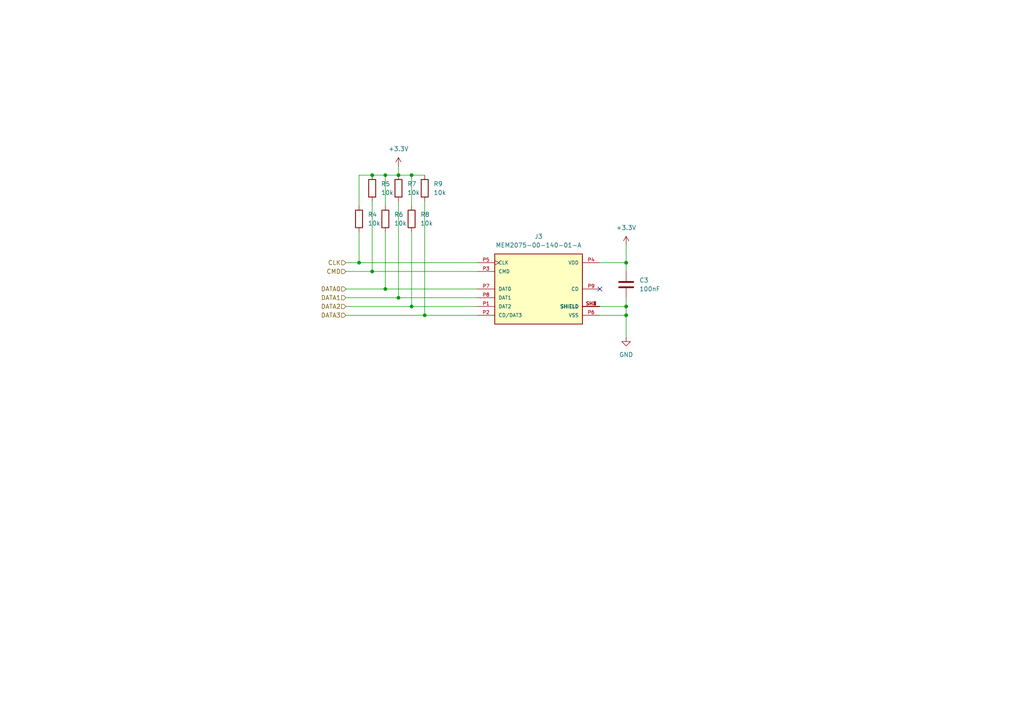
<source format=kicad_sch>
(kicad_sch (version 20230121) (generator eeschema)
  (paper "A4")
  (lib_symbols
    (symbol "Device:C" (pin_numbers hide) (pin_names (offset 0.254))
      (property "Reference" "C" (at 0.635 2.54 0))
      (property "Value" "C" (at 0.635 -2.54 0))
      (symbol "C_0_1"
        (polyline (pts (xy -2.032 -0.762) (xy 2.032 -0.762)) (stroke (width 0.508)))
        (polyline (pts (xy -2.032 0.762) (xy 2.032 0.762)) (stroke (width 0.508)))
      )
      (symbol "C_1_1"
        (pin passive line (at 0 3.81 270) (length 2.794) (name "~") (number "1"))
        (pin passive line (at 0 -3.81 90) (length 2.794) (name "~") (number "2"))
      )
    )
    (symbol "Device:R" (pin_numbers hide) (pin_names (offset 0))
      (property "Reference" "R" (at 2.032 0 90))
      (property "Value" "R" (at 0 0 90))
      (symbol "R_0_1"
        (rectangle (start -1.016 -2.54) (end 1.016 2.54) (stroke (width 0.254)))
      )
      (symbol "R_1_1"
        (pin passive line (at 0 3.81 270) (length 1.27) (name "~") (number "1"))
        (pin passive line (at 0 -3.81 90) (length 1.27) (name "~") (number "2"))
      )
    )
    (symbol "MEM2075-00-140-01-A:MEM2075-00-140-01-A" (pin_names (offset 1.016))
      (property "Reference" "J" (at -12.7 10.795 0))
      (property "Value" "MEM2075-00-140-01-A" (at -12.7 -12.7 0))
      (symbol "MEM2075-00-140-01-A_0_0"
        (rectangle (start -12.7 -10.16) (end 12.7 10.16) (stroke (width 0.254)) (fill (type background)))
        (pin bidirectional line (at -17.78 -5.08 0) (length 5.08) (name "DAT2") (number "P1"))
        (pin bidirectional line (at -17.78 -7.62 0) (length 5.08) (name "CD/DAT3") (number "P2"))
        (pin bidirectional line (at -17.78 5.08 0) (length 5.08) (name "CMD") (number "P3"))
        (pin power_in line (at 17.78 7.62 180) (length 5.08) (name "VDD") (number "P4"))
        (pin bidirectional clock (at -17.78 7.62 0) (length 5.08) (name "CLK") (number "P5"))
        (pin power_in line (at 17.78 -7.62 180) (length 5.08) (name "VSS") (number "P6"))
        (pin bidirectional line (at -17.78 0 0) (length 5.08) (name "DAT0") (number "P7"))
        (pin bidirectional line (at -17.78 -2.54 0) (length 5.08) (name "DAT1") (number "P8"))
        (pin passive line (at 17.78 0 180) (length 5.08) (name "CD") (number "P9"))
        (pin power_in line (at 17.78 -5.08 180) (length 5.08) (name "SHIELD") (number "SH1"))
        (pin power_in line (at 17.78 -5.08 180) (length 5.08) (name "SHIELD") (number "SH2"))
        (pin power_in line (at 17.78 -5.08 180) (length 5.08) (name "SHIELD") (number "SH3"))
        (pin power_in line (at 17.78 -5.08 180) (length 5.08) (name "SHIELD") (number "SH4"))
      )
    )
    (symbol "power:+3.3V" (power) (pin_names (offset 0))
      (property "Value" "+3.3V" (at 0 3.556 0))
      (symbol "+3.3V_0_1"
        (polyline (pts (xy -0.762 1.27) (xy 0 2.54)))
        (polyline (pts (xy 0 0) (xy 0 2.54)))
        (polyline (pts (xy 0 2.54) (xy 0.762 1.27)))
      )
      (symbol "+3.3V_1_1"
        (pin power_in line (at 0 0 90) (length 0) hide (name "+3.3V") (number "1"))
      )
    )
    (symbol "power:GND" (power) (pin_names (offset 0))
      (property "Value" "GND" (at 0 -3.81 0))
      (symbol "GND_0_1"
        (polyline (pts (xy 0 0) (xy 0 -1.27) (xy 1.27 -1.27) (xy 0 -2.54) (xy -1.27 -1.27) (xy 0 -1.27)))
      )
      (symbol "GND_1_1"
        (pin power_in line (at 0 0 270) (length 0) hide (name "GND") (number "1"))
      )
    )
  )
  (junction (at 107.95 50.8))
  (junction (at 107.95 78.74))
  (junction (at 181.61 88.9))
  (junction (at 181.61 76.2))
  (junction (at 111.76 50.8))
  (junction (at 115.57 86.36))
  (junction (at 119.38 50.8))
  (junction (at 123.19 91.44))
  (junction (at 115.57 50.8))
  (junction (at 181.61 91.44))
  (junction (at 111.76 83.82))
  (junction (at 104.14 76.2))
  (junction (at 119.38 88.9))
  (no_connect (at 173.99 83.82))
  (wire (pts (xy 107.95 78.74) (xy 138.43 78.74)))
  (wire (pts (xy 181.61 86.36) (xy 181.61 88.9)))
  (wire (pts (xy 123.19 91.44) (xy 138.43 91.44)))
  (wire (pts (xy 115.57 58.42) (xy 115.57 86.36)))
  (wire (pts (xy 123.19 58.42) (xy 123.19 91.44)))
  (wire (pts (xy 111.76 67.31) (xy 111.76 83.82)))
  (wire (pts (xy 107.95 58.42) (xy 107.95 78.74)))
  (wire (pts (xy 100.33 86.36) (xy 115.57 86.36)))
  (wire (pts (xy 181.61 88.9) (xy 181.61 91.44)))
  (wire (pts (xy 100.33 88.9) (xy 119.38 88.9)))
  (wire (pts (xy 119.38 50.8) (xy 119.38 59.69)))
  (wire (pts (xy 119.38 50.8) (xy 123.19 50.8)))
  (wire (pts (xy 181.61 76.2) (xy 181.61 78.74)))
  (wire (pts (xy 100.33 76.2) (xy 104.14 76.2)))
  (wire (pts (xy 100.33 91.44) (xy 123.19 91.44)))
  (wire (pts (xy 107.95 50.8) (xy 111.76 50.8)))
  (wire (pts (xy 173.99 91.44) (xy 181.61 91.44)))
  (wire (pts (xy 111.76 50.8) (xy 111.76 59.69)))
  (wire (pts (xy 181.61 71.12) (xy 181.61 76.2)))
  (wire (pts (xy 111.76 83.82) (xy 138.43 83.82)))
  (wire (pts (xy 119.38 88.9) (xy 138.43 88.9)))
  (wire (pts (xy 100.33 83.82) (xy 111.76 83.82)))
  (wire (pts (xy 111.76 50.8) (xy 115.57 50.8)))
  (wire (pts (xy 100.33 78.74) (xy 107.95 78.74)))
  (wire (pts (xy 104.14 50.8) (xy 107.95 50.8)))
  (wire (pts (xy 173.99 76.2) (xy 181.61 76.2)))
  (wire (pts (xy 115.57 86.36) (xy 138.43 86.36)))
  (wire (pts (xy 181.61 91.44) (xy 181.61 97.79)))
  (wire (pts (xy 104.14 59.69) (xy 104.14 50.8)))
  (wire (pts (xy 115.57 48.26) (xy 115.57 50.8)))
  (wire (pts (xy 173.99 88.9) (xy 181.61 88.9)))
  (wire (pts (xy 115.57 50.8) (xy 119.38 50.8)))
  (wire (pts (xy 119.38 67.31) (xy 119.38 88.9)))
  (wire (pts (xy 104.14 67.31) (xy 104.14 76.2)))
  (wire (pts (xy 104.14 76.2) (xy 138.43 76.2)))
  (hierarchical_label "DATA3" (shape input) (at 100.33 91.44 180))
  (hierarchical_label "DATA2" (shape input) (at 100.33 88.9 180))
  (hierarchical_label "CLK" (shape input) (at 100.33 76.2 180))
  (hierarchical_label "DATA0" (shape input) (at 100.33 83.82 180))
  (hierarchical_label "DATA1" (shape input) (at 100.33 86.36 180))
  (hierarchical_label "CMD" (shape input) (at 100.33 78.74 180))
  (symbol (lib_id "Device:C") (at 181.61 82.55 0) (unit 1)
    (property "Reference" "C3" (at 185.42 81.2799 0) (effects (justify left)))
    (property "Value" "100nF" (at 185.42 83.8199 0) (effects (justify left)))
    (property "Footprint" "Capacitor_SMD:C_0603_1608Metric" (effects hide))
  )
  (symbol (lib_id "Device:R") (at 111.76 63.5 0) (unit 1)
    (property "Reference" "R6" (at 114.3 62.2299 0) (effects (justify left)))
    (property "Value" "10k" (at 114.3 64.7699 0) (effects (justify left)))
    (property "Footprint" "Resistor_SMD:R_0603_1608Metric" (effects hide))
  )
  (symbol (lib_id "Device:R") (at 119.38 63.5 0) (unit 1)
    (property "Reference" "R8" (at 121.92 62.2299 0) (effects (justify left)))
    (property "Value" "10k" (at 121.92 64.7699 0) (effects (justify left)))
    (property "Footprint" "Resistor_SMD:R_0603_1608Metric" (effects hide))
  )
  (symbol (lib_id "power:+3.3V") (at 115.57 48.26 0) (unit 1)
    (property "Reference" "#PWR012" (effects hide))
    (property "Value" "+3.3V" (at 115.57 43.18 0))
  )
  (symbol (lib_id "MEM2075-00-140-01-A:MEM2075-00-140-01-A") (at 156.21 83.82 0) (unit 1)
    (property "Reference" "J3" (at 156.21 68.58 0))
    (property "Value" "MEM2075-00-140-01-A" (at 156.21 71.12 0))
    (property "Footprint" "MEM2075-00-140-01-A:GCT_MEM2075-00-140-01-A" (effects hide))
    (property "MANUFACTURER" "GCT" (effects hide))
    (property "PARTREV" "A" (effects hide))
    (property "STANDARD" "Manufacturer recommendations" (effects hide))
  )
  (symbol (lib_id "Device:R") (at 115.57 54.61 0) (unit 1)
    (property "Reference" "R7" (at 118.11 53.3399 0) (effects (justify left)))
    (property "Value" "10k" (at 118.11 55.8799 0) (effects (justify left)))
    (property "Footprint" "Resistor_SMD:R_0603_1608Metric" (effects hide))
  )
  (symbol (lib_id "power:+3.3V") (at 181.61 71.12 0) (unit 1)
    (property "Reference" "#PWR013" (effects hide))
    (property "Value" "+3.3V" (at 181.61 66.04 0))
  )
  (symbol (lib_id "Device:R") (at 123.19 54.61 0) (unit 1)
    (property "Reference" "R9" (at 125.73 53.3399 0) (effects (justify left)))
    (property "Value" "10k" (at 125.73 55.8799 0) (effects (justify left)))
    (property "Footprint" "Resistor_SMD:R_0603_1608Metric" (effects hide))
  )
  (symbol (lib_id "Device:R") (at 107.95 54.61 0) (unit 1)
    (property "Reference" "R5" (at 110.49 53.3399 0) (effects (justify left)))
    (property "Value" "10k" (at 110.49 55.8799 0) (effects (justify left)))
    (property "Footprint" "Resistor_SMD:R_0603_1608Metric" (effects hide))
  )
  (symbol (lib_id "Device:R") (at 104.14 63.5 0) (unit 1)
    (property "Reference" "R4" (at 106.68 62.2299 0) (effects (justify left)))
    (property "Value" "10k" (at 106.68 64.7699 0) (effects (justify left)))
    (property "Footprint" "Resistor_SMD:R_0603_1608Metric" (effects hide))
  )
  (symbol (lib_id "power:GND") (at 181.61 97.79 0) (unit 1)
    (property "Reference" "#PWR014" (effects hide))
    (property "Value" "GND" (at 181.61 102.87 0))
  )
)
</source>
